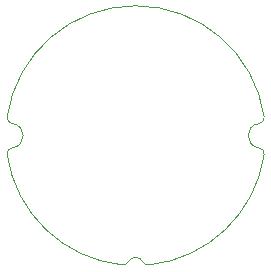
<source format=gm1>
G04*
G04 #@! TF.GenerationSoftware,Altium Limited,Altium Designer,20.2.3 (150)*
G04*
G04 Layer_Color=39423*
%FSLAX44Y44*%
%MOMM*%
G71*
G04*
G04 #@! TF.SameCoordinates,D726A9E5-FFE7-4BE0-B253-410C82E39F17*
G04*
G04*
G04 #@! TF.FilePolarity,Positive*
G04*
G01*
G75*
%ADD12C,0.1000*%
D12*
X108839Y15937D02*
G03*
X-108839Y15937I-108839J-15937D01*
G01*
X11151Y-109433D02*
G03*
X108839Y-15937I-11151J109433D01*
G01*
X-108839D02*
G03*
X-11151Y-109433I108839J15937D01*
G01*
X-104425Y-10241D02*
G03*
X-104425Y10241I-1098J10241D01*
G01*
Y-10241D02*
G03*
X-104425Y10241I-1098J10241D01*
G01*
X-108839Y15937D02*
G03*
X-104425Y10241I4947J-724D01*
G01*
X-108839Y15937D02*
G03*
X-104425Y10241I4947J-724D01*
G01*
Y-10241D02*
G03*
X-108839Y-15937I533J-4972D01*
G01*
X-104425Y-10241D02*
G03*
X-108839Y-15937I533J-4972D01*
G01*
X6209Y-106768D02*
G03*
X-6209Y-106768I-6209J-3232D01*
G01*
X6209D02*
G03*
X-6209Y-106768I-6209J-3232D01*
G01*
X6209D02*
G03*
X11151Y-109433I4435J2309D01*
G01*
X6209Y-106768D02*
G03*
X11151Y-109433I4435J2309D01*
G01*
X-11151D02*
G03*
X-6209Y-106768I507J4974D01*
G01*
X-11151Y-109433D02*
G03*
X-6209Y-106768I507J4974D01*
G01*
X104425Y10241D02*
G03*
X104425Y-10241I1098J-10241D01*
G01*
Y10241D02*
G03*
X104425Y-10241I1098J-10241D01*
G01*
Y10241D02*
G03*
X108839Y15937I-533J4972D01*
G01*
X104425Y10241D02*
G03*
X108839Y15937I-533J4972D01*
G01*
Y-15937D02*
G03*
X104425Y-10241I-4947J724D01*
G01*
X108839Y-15937D02*
G03*
X104425Y-10241I-4947J724D01*
G01*
M02*

</source>
